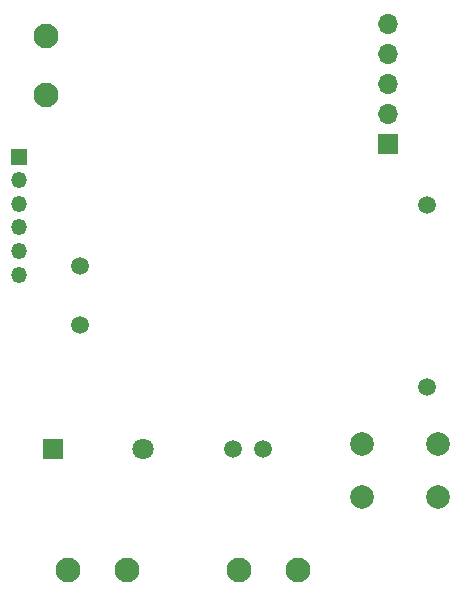
<source format=gbr>
%TF.GenerationSoftware,KiCad,Pcbnew,7.0.2*%
%TF.CreationDate,2023-04-22T16:52:06-03:00*%
%TF.ProjectId,PowerAndCommModule,506f7765-7241-46e6-9443-6f6d6d4d6f64,rev?*%
%TF.SameCoordinates,Original*%
%TF.FileFunction,Soldermask,Top*%
%TF.FilePolarity,Negative*%
%FSLAX46Y46*%
G04 Gerber Fmt 4.6, Leading zero omitted, Abs format (unit mm)*
G04 Created by KiCad (PCBNEW 7.0.2) date 2023-04-22 16:52:06*
%MOMM*%
%LPD*%
G01*
G04 APERTURE LIST*
%ADD10C,2.100000*%
%ADD11R,1.700000X1.700000*%
%ADD12O,1.700000X1.700000*%
%ADD13C,1.500000*%
%ADD14R,1.800000X1.800000*%
%ADD15C,1.800000*%
%ADD16C,2.000000*%
%ADD17R,1.350000X1.350000*%
%ADD18O,1.350000X1.350000*%
G04 APERTURE END LIST*
D10*
%TO.C,J5*%
X46540000Y-76520000D03*
X51540000Y-76520000D03*
%TD*%
D11*
%TO.C,J4*%
X59120000Y-40450000D03*
D12*
X59120000Y-37910000D03*
X59120000Y-35370000D03*
X59120000Y-32830000D03*
X59120000Y-30290000D03*
%TD*%
D13*
%TO.C,PS1*%
X33020000Y-50780000D03*
X33020000Y-55780000D03*
X62420000Y-45580000D03*
X62420000Y-60980000D03*
%TD*%
D14*
%TO.C,K1*%
X30740000Y-66260000D03*
D15*
X38360000Y-66260000D03*
D13*
X45980000Y-66260000D03*
X48520000Y-66260000D03*
%TD*%
D16*
%TO.C,SW1*%
X56890000Y-65790000D03*
X63390000Y-65790000D03*
X56890000Y-70290000D03*
X63390000Y-70290000D03*
%TD*%
D10*
%TO.C,J1*%
X32010000Y-76460000D03*
X37010000Y-76460000D03*
%TD*%
D17*
%TO.C,J2*%
X27880000Y-41480000D03*
D18*
X27880000Y-43480000D03*
X27880000Y-45480000D03*
X27880000Y-47480000D03*
X27880000Y-49480000D03*
X27880000Y-51480000D03*
%TD*%
D10*
%TO.C,J3*%
X30160000Y-31280000D03*
X30160000Y-36280000D03*
%TD*%
M02*

</source>
